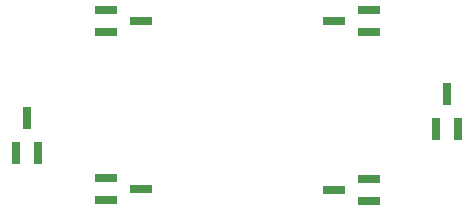
<source format=gtp>
G04 #@! TF.GenerationSoftware,KiCad,Pcbnew,5.1.5+dfsg1-2build2*
G04 #@! TF.CreationDate,2020-06-21T16:19:52-07:00*
G04 #@! TF.ProjectId,sram-cell,7372616d-2d63-4656-9c6c-2e6b69636164,rev?*
G04 #@! TF.SameCoordinates,Original*
G04 #@! TF.FileFunction,Paste,Top*
G04 #@! TF.FilePolarity,Positive*
%FSLAX46Y46*%
G04 Gerber Fmt 4.6, Leading zero omitted, Abs format (unit mm)*
G04 Created by KiCad (PCBNEW 5.1.5+dfsg1-2build2) date 2020-06-21 16:19:52*
%MOMM*%
%LPD*%
G04 APERTURE LIST*
%ADD10R,1.900000X0.800000*%
%ADD11R,0.800000X1.900000*%
G04 APERTURE END LIST*
D10*
X144248000Y-100584000D03*
X141248000Y-101534000D03*
X141248000Y-99634000D03*
X163552000Y-101534000D03*
X163552000Y-99634000D03*
X160552000Y-100584000D03*
X141248000Y-113858000D03*
X141248000Y-115758000D03*
X144248000Y-114808000D03*
X160576000Y-114874000D03*
X163576000Y-113924000D03*
X163576000Y-115824000D03*
D11*
X134620000Y-108736000D03*
X135570000Y-111736000D03*
X133670000Y-111736000D03*
X169230000Y-109704000D03*
X171130000Y-109704000D03*
X170180000Y-106704000D03*
M02*

</source>
